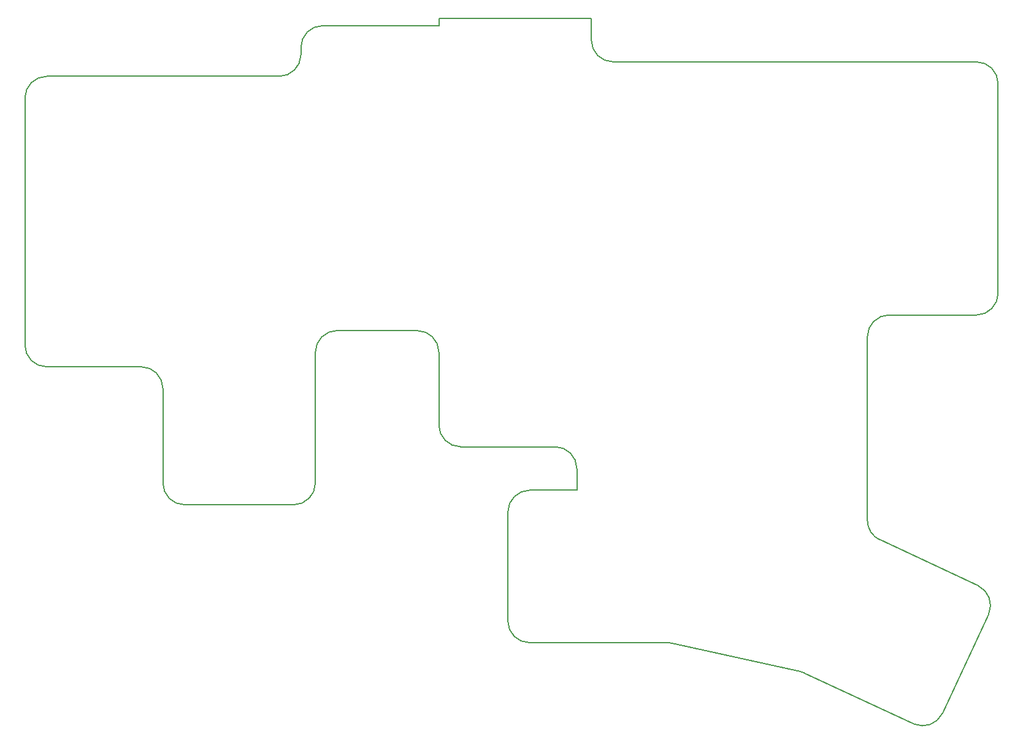
<source format=gbr>
%TF.GenerationSoftware,KiCad,Pcbnew,(6.0.8-1)-1*%
%TF.CreationDate,2023-01-29T19:27:54+03:00*%
%TF.ProjectId,lol,6c6f6c2e-6b69-4636-9164-5f7063625858,v1.0.0*%
%TF.SameCoordinates,Original*%
%TF.FileFunction,Profile,NP*%
%FSLAX46Y46*%
G04 Gerber Fmt 4.6, Leading zero omitted, Abs format (unit mm)*
G04 Created by KiCad (PCBNEW (6.0.8-1)-1) date 2023-01-29 19:27:54*
%MOMM*%
%LPD*%
G01*
G04 APERTURE LIST*
%TA.AperFunction,Profile*%
%ADD10C,0.150000*%
%TD*%
G04 APERTURE END LIST*
D10*
X11525000Y-10525000D02*
X24575000Y-10525000D01*
X8525000Y-7525000D02*
X8525000Y26575000D01*
X11525000Y29575000D02*
X43625000Y29575000D01*
X48625000Y-26575000D02*
X48625000Y-8525000D01*
X30575000Y-29575000D02*
X45625000Y-29575000D01*
X27575000Y-26575000D02*
X27575000Y-13525000D01*
X51625000Y-5525000D02*
X62675000Y-5525000D01*
X49625000Y36575000D02*
X65675000Y36575000D01*
X46625000Y32575000D02*
X46625000Y33575000D01*
X68675000Y-21575000D02*
X81725000Y-21575000D01*
X65675000Y-18575000D02*
X65675000Y-8525000D01*
X65675000Y37575000D02*
X86725000Y37575000D01*
X86725000Y37575000D02*
X86725000Y34575000D01*
X65675000Y36575000D02*
X65675000Y37575000D01*
X84725000Y-27575000D02*
X84725000Y-24575000D01*
X89725000Y31575000D02*
X139875000Y31575000D01*
X124825000Y-31710506D02*
X124825000Y-6375000D01*
X142875000Y-375000D02*
X142875000Y28575000D01*
X139875000Y-3375000D02*
X127825000Y-3375000D01*
X78200000Y-48625000D02*
X97272355Y-48625000D01*
X75200000Y-45625000D02*
X75200000Y-30575000D01*
X78200000Y-27575000D02*
X84725000Y-27575000D01*
X97921674Y-48696112D02*
X115562002Y-52606879D01*
X126557145Y-34429429D02*
X140093023Y-40741313D01*
X135183687Y-58368023D02*
X141544092Y-44728091D01*
X116180539Y-52816843D02*
X131196909Y-59819092D01*
X27575000Y-13525000D02*
G75*
G03*
X24575000Y-10525000I-3000000J0D01*
G01*
X27575000Y-26575000D02*
G75*
G03*
X30575000Y-29575000I3000000J0D01*
G01*
X45625000Y-29575000D02*
G75*
G03*
X48625000Y-26575000I0J3000000D01*
G01*
X51625000Y-5525000D02*
G75*
G03*
X48625000Y-8525000I0J-3000000D01*
G01*
X65675000Y-8525000D02*
G75*
G03*
X62675000Y-5525000I-3000000J0D01*
G01*
X65675000Y-18575000D02*
G75*
G03*
X68675000Y-21575000I3000000J0D01*
G01*
X84725000Y-24575000D02*
G75*
G03*
X81725000Y-21575000I-3000000J0D01*
G01*
X78200000Y-27575000D02*
G75*
G03*
X75200000Y-30575000I0J-3000000D01*
G01*
X75200000Y-45625000D02*
G75*
G03*
X78200000Y-48625000I3000000J0D01*
G01*
X97921674Y-48696112D02*
G75*
G03*
X97272355Y-48625000I-649319J-2928888D01*
G01*
X116180539Y-52816843D02*
G75*
G03*
X115562003Y-52606878I-1267855J-2718924D01*
G01*
X131196909Y-59819092D02*
G75*
G03*
X135183688Y-58368023I1267855J2718924D01*
G01*
X141544092Y-44728091D02*
G75*
G03*
X140093024Y-40741313I-2718923J1267855D01*
G01*
X124825000Y-31710506D02*
G75*
G03*
X126557145Y-34429429I3000000J0D01*
G01*
X127825000Y-3375000D02*
G75*
G03*
X124825000Y-6375000I0J-3000000D01*
G01*
X139875000Y-3375000D02*
G75*
G03*
X142875000Y-375000I0J3000000D01*
G01*
X142875000Y28575000D02*
G75*
G03*
X139875000Y31575000I-3000000J0D01*
G01*
X86725000Y34575000D02*
G75*
G03*
X89725000Y31575000I3000000J0D01*
G01*
X49625000Y36575000D02*
G75*
G03*
X46625000Y33575000I0J-3000000D01*
G01*
X43625000Y29575000D02*
G75*
G03*
X46625000Y32575000I0J3000000D01*
G01*
X11525000Y29575000D02*
G75*
G03*
X8525000Y26575000I0J-3000000D01*
G01*
X8525000Y-7525000D02*
G75*
G03*
X11525000Y-10525000I3000000J0D01*
G01*
M02*

</source>
